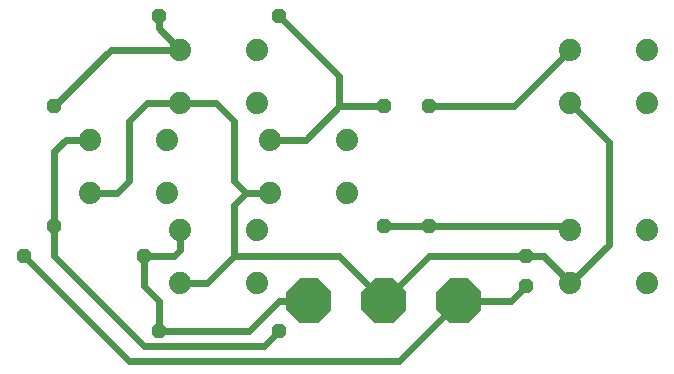
<source format=gbl>
G75*
G70*
%OFA0B0*%
%FSLAX24Y24*%
%IPPOS*%
%LPD*%
%AMOC8*
5,1,8,0,0,1.08239X$1,22.5*
%
%ADD10C,0.0740*%
%ADD11OC8,0.0480*%
%ADD12OC8,0.1500*%
%ADD13C,0.0240*%
D10*
X006327Y003717D03*
X008887Y003717D03*
X008887Y005497D03*
X009327Y006717D03*
X011887Y006717D03*
X011887Y008497D03*
X009327Y008497D03*
X008887Y009717D03*
X006327Y009717D03*
X005887Y008497D03*
X003327Y008497D03*
X003327Y006717D03*
X005887Y006717D03*
X006327Y005497D03*
X006327Y011497D03*
X008887Y011497D03*
X019327Y011497D03*
X021887Y011497D03*
X021887Y009717D03*
X019327Y009717D03*
X019327Y005497D03*
X021887Y005497D03*
X021887Y003717D03*
X019327Y003717D03*
D11*
X017857Y003607D03*
X017857Y004607D03*
X014607Y005607D03*
X013107Y005607D03*
X009607Y002107D03*
X005607Y002107D03*
X005107Y004607D03*
X002107Y005607D03*
X001107Y004607D03*
X002107Y009607D03*
X005607Y012607D03*
X009607Y012607D03*
X013107Y009607D03*
X014607Y009607D03*
D12*
X015607Y003107D03*
X013107Y003107D03*
X010607Y003107D03*
D13*
X013607Y001107D02*
X004607Y001107D01*
X001107Y004607D01*
X002107Y004607D02*
X002107Y005607D01*
X002107Y008107D01*
X002497Y008497D01*
X003327Y008497D01*
X004607Y009107D02*
X005217Y009717D01*
X006327Y009717D01*
X007497Y009717D01*
X008107Y009107D01*
X008107Y007107D01*
X008497Y006717D01*
X008107Y006327D01*
X008107Y004607D01*
X011607Y004607D01*
X013107Y003107D01*
X014607Y004607D01*
X017857Y004607D01*
X018437Y004607D01*
X019327Y003717D01*
X020607Y004997D01*
X020607Y008437D01*
X019327Y009717D01*
X019327Y011497D02*
X017437Y009607D01*
X014607Y009607D01*
X013107Y009607D02*
X011607Y009607D01*
X011607Y010607D01*
X009607Y012607D01*
X006327Y011497D02*
X005607Y012217D01*
X005607Y012607D01*
X006327Y011497D02*
X003997Y011497D01*
X002107Y009607D01*
X004607Y009107D02*
X004607Y007107D01*
X004217Y006717D01*
X003327Y006717D01*
X006327Y005497D02*
X006327Y004827D01*
X006107Y004607D01*
X005107Y004607D01*
X005107Y003607D01*
X005607Y003107D01*
X005607Y002107D01*
X008607Y002107D01*
X009607Y003107D01*
X010607Y003107D01*
X009607Y002107D02*
X009107Y001607D01*
X005107Y001607D01*
X002107Y004607D01*
X006327Y003717D02*
X007217Y003717D01*
X008107Y004607D01*
X008497Y006717D02*
X009327Y006717D01*
X009327Y008497D02*
X010497Y008497D01*
X011607Y009607D01*
X013107Y005607D02*
X014607Y005607D01*
X019217Y005607D01*
X019327Y005497D01*
X017857Y004607D02*
X015607Y004607D01*
X017357Y003107D02*
X017857Y003607D01*
X017357Y003107D02*
X015607Y003107D01*
X013607Y001107D01*
M02*

</source>
